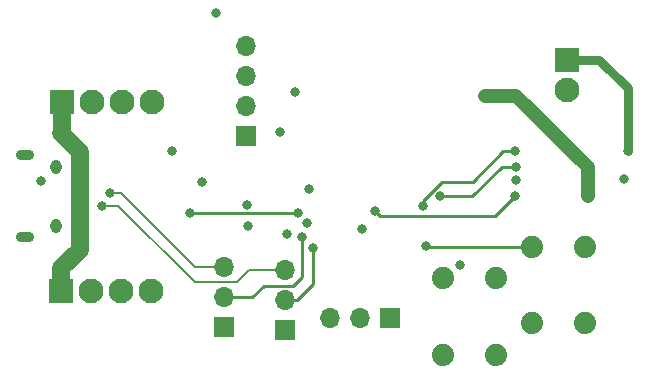
<source format=gbr>
%TF.GenerationSoftware,KiCad,Pcbnew,6.0.11-2627ca5db0~126~ubuntu22.04.1*%
%TF.CreationDate,2023-03-05T15:50:48-05:00*%
%TF.ProjectId,canbus-kline-bridge,63616e62-7573-42d6-9b6c-696e652d6272,1.0*%
%TF.SameCoordinates,Original*%
%TF.FileFunction,Copper,L2,Inr*%
%TF.FilePolarity,Positive*%
%FSLAX46Y46*%
G04 Gerber Fmt 4.6, Leading zero omitted, Abs format (unit mm)*
G04 Created by KiCad (PCBNEW 6.0.11-2627ca5db0~126~ubuntu22.04.1) date 2023-03-05 15:50:48*
%MOMM*%
%LPD*%
G01*
G04 APERTURE LIST*
%TA.AperFunction,ComponentPad*%
%ADD10R,1.700000X1.700000*%
%TD*%
%TA.AperFunction,ComponentPad*%
%ADD11O,1.700000X1.700000*%
%TD*%
%TA.AperFunction,ComponentPad*%
%ADD12R,2.100000X2.100000*%
%TD*%
%TA.AperFunction,ComponentPad*%
%ADD13C,2.100000*%
%TD*%
%TA.AperFunction,ComponentPad*%
%ADD14C,1.879600*%
%TD*%
%TA.AperFunction,ComponentPad*%
%ADD15O,0.950000X1.250000*%
%TD*%
%TA.AperFunction,ComponentPad*%
%ADD16O,1.550000X0.890000*%
%TD*%
%TA.AperFunction,ViaPad*%
%ADD17C,0.800000*%
%TD*%
%TA.AperFunction,Conductor*%
%ADD18C,0.250000*%
%TD*%
%TA.AperFunction,Conductor*%
%ADD19C,0.800000*%
%TD*%
%TA.AperFunction,Conductor*%
%ADD20C,1.200000*%
%TD*%
%TA.AperFunction,Conductor*%
%ADD21C,1.500000*%
%TD*%
%TA.AperFunction,Conductor*%
%ADD22C,0.200000*%
%TD*%
G04 APERTURE END LIST*
D10*
%TO.N,+5V*%
%TO.C,U3*%
X75247300Y-81002600D03*
D11*
%TO.N,GND*%
X75247300Y-78462600D03*
%TO.N,+12V*%
X75247300Y-75922600D03*
%TO.N,unconnected-(U3-Pad4)*%
X75247300Y-73382600D03*
%TD*%
D12*
%TO.N,ISO_K_LINE*%
%TO.C,J6*%
X102470000Y-74520000D03*
D13*
%TO.N,GND*%
X102470000Y-77060000D03*
%TD*%
D10*
%TO.N,CAN_RX*%
%TO.C,JP1*%
X73400000Y-97140000D03*
D11*
%TO.N,Net-(JP1-Pad2)*%
X73400000Y-94600000D03*
%TO.N,USB_D-*%
X73400000Y-92060000D03*
%TD*%
D12*
%TO.N,+BATT*%
%TO.C,J5*%
X59625000Y-94100000D03*
D13*
%TO.N,CANH*%
X62165000Y-94100000D03*
%TO.N,CANL*%
X64705000Y-94100000D03*
%TO.N,GND*%
X67245000Y-94100000D03*
%TD*%
D10*
%TO.N,SWDIO*%
%TO.C,J2*%
X87490000Y-96350000D03*
D11*
%TO.N,GND*%
X84950000Y-96350000D03*
%TO.N,SWDCLK*%
X82410000Y-96350000D03*
%TD*%
D14*
%TO.N,+3V3*%
%TO.C,S1*%
X96435600Y-92998800D03*
%TO.N,unconnected-(S1-Pad2)*%
X96435600Y-99501200D03*
%TO.N,Net-(R1-Pad1)*%
X91914400Y-92998800D03*
%TO.N,unconnected-(S1-Pad4)*%
X91914400Y-99501200D03*
%TD*%
D12*
%TO.N,+BATT*%
%TO.C,J4*%
X59660000Y-78075000D03*
D13*
%TO.N,CANH*%
X62200000Y-78075000D03*
%TO.N,CANL*%
X64740000Y-78075000D03*
%TO.N,GND*%
X67280000Y-78075000D03*
%TD*%
D14*
%TO.N,GND*%
%TO.C,S2*%
X103960600Y-90323800D03*
%TO.N,unconnected-(S2-Pad2)*%
X103960600Y-96826200D03*
%TO.N,~{RESET}*%
X99439400Y-90323800D03*
%TO.N,unconnected-(S2-Pad4)*%
X99439400Y-96826200D03*
%TD*%
D15*
%TO.N,GND*%
%TO.C,J1*%
X59210000Y-83550000D03*
D16*
X56510000Y-82550000D03*
X56510000Y-89550000D03*
D15*
X59210000Y-88550000D03*
%TD*%
D10*
%TO.N,CAN_TX*%
%TO.C,JP2*%
X78525000Y-97425000D03*
D11*
%TO.N,Net-(JP2-Pad2)*%
X78525000Y-94885000D03*
%TO.N,USB_D+*%
X78525000Y-92345000D03*
%TD*%
D17*
%TO.N,ISO_K_LINE*%
X107600000Y-82260000D03*
%TO.N,GND*%
X107270000Y-84610000D03*
%TO.N,/VBB*%
X95490000Y-77540000D03*
%TO.N,+3V3*%
X98100000Y-84720000D03*
%TO.N,/VBB*%
X104180000Y-86070000D03*
%TO.N,K_LINE_EN*%
X98060000Y-86010000D03*
%TO.N,K_LINE_TX*%
X98030000Y-82240000D03*
%TO.N,K_LINE_RX*%
X98100000Y-83560000D03*
%TO.N,K_LINE_EN*%
X86220000Y-87290000D03*
%TO.N,+12V*%
X79415000Y-77215000D03*
%TO.N,GND*%
X80450000Y-88350000D03*
X72725000Y-70575000D03*
X93350000Y-91850000D03*
X80600000Y-85425000D03*
X75300000Y-86775000D03*
%TO.N,+3V3*%
X78150000Y-80600000D03*
X85100000Y-88800000D03*
X78750000Y-89250000D03*
X68975000Y-82275000D03*
%TO.N,VBUS*%
X57884502Y-84775000D03*
%TO.N,USB_D-*%
X63750000Y-85825000D03*
%TO.N,USB_D+*%
X63050000Y-86875000D03*
%TO.N,CAN_RX*%
X71525000Y-84850000D03*
%TO.N,Net-(JP1-Pad2)*%
X80025000Y-89475000D03*
%TO.N,CAN_TX*%
X75400000Y-88550000D03*
%TO.N,Net-(JP2-Pad2)*%
X80950000Y-90450000D03*
%TO.N,CAN_STBY*%
X70550000Y-87450000D03*
X79650000Y-87500000D03*
%TO.N,K_LINE_TX*%
X90200000Y-86924500D03*
%TO.N,K_LINE_RX*%
X91640000Y-86080000D03*
%TO.N,~{RESET}*%
X90475000Y-90300000D03*
%TD*%
D18*
%TO.N,K_LINE_TX*%
X90200000Y-86924500D02*
X90200000Y-86494695D01*
X91864695Y-84830000D02*
X94450000Y-84830000D01*
X90200000Y-86494695D02*
X91864695Y-84830000D01*
X97040000Y-82240000D02*
X98030000Y-82240000D01*
X94450000Y-84830000D02*
X97040000Y-82240000D01*
%TO.N,K_LINE_RX*%
X91640000Y-86080000D02*
X94370000Y-86080000D01*
X94370000Y-86080000D02*
X96890000Y-83560000D01*
X96890000Y-83560000D02*
X98100000Y-83560000D01*
%TO.N,K_LINE_EN*%
X86220000Y-87290000D02*
X86635000Y-87705000D01*
X86635000Y-87705000D02*
X96365000Y-87705000D01*
X96365000Y-87705000D02*
X98060000Y-86010000D01*
D19*
%TO.N,ISO_K_LINE*%
X102470000Y-74520000D02*
X105180000Y-74520000D01*
X105180000Y-74520000D02*
X107600000Y-76940000D01*
X107600000Y-76940000D02*
X107600000Y-82260000D01*
D20*
%TO.N,/VBB*%
X98100000Y-77540000D02*
X104180000Y-83620000D01*
X95490000Y-77540000D02*
X98100000Y-77540000D01*
X104180000Y-83620000D02*
X104180000Y-86070000D01*
D18*
%TO.N,K_LINE_EN*%
X86220000Y-87290000D02*
X86220000Y-87180000D01*
D21*
%TO.N,+BATT*%
X59660000Y-80615000D02*
X59660000Y-78075000D01*
X61175000Y-90600000D02*
X61175000Y-82300000D01*
X61175000Y-82300000D02*
X59575000Y-80700000D01*
X59625000Y-92150000D02*
X61175000Y-90600000D01*
X59625000Y-94100000D02*
X59625000Y-92150000D01*
D18*
X59575000Y-80700000D02*
X59660000Y-80615000D01*
D22*
%TO.N,USB_D-*%
X63750000Y-85825000D02*
X64675000Y-85825000D01*
X70925000Y-92075000D02*
X70940000Y-92060000D01*
X64675000Y-85825000D02*
X70925000Y-92075000D01*
X70940000Y-92060000D02*
X73400000Y-92060000D01*
%TO.N,USB_D+*%
X75505000Y-92345000D02*
X78525000Y-92345000D01*
X63050000Y-86875000D02*
X64450000Y-86875000D01*
X64450000Y-86875000D02*
X70925000Y-93350000D01*
X70925000Y-93350000D02*
X74500000Y-93350000D01*
X74500000Y-93350000D02*
X75505000Y-92345000D01*
D18*
%TO.N,Net-(JP1-Pad2)*%
X80025000Y-89475000D02*
X80025000Y-92875000D01*
X79275000Y-93625000D02*
X76750000Y-93625000D01*
X80025000Y-92875000D02*
X79275000Y-93625000D01*
X75775000Y-94600000D02*
X73400000Y-94600000D01*
X76750000Y-93625000D02*
X75775000Y-94600000D01*
%TO.N,Net-(JP2-Pad2)*%
X79540000Y-94885000D02*
X80950000Y-93475000D01*
X80950000Y-93475000D02*
X80950000Y-90450000D01*
X78525000Y-94885000D02*
X79540000Y-94885000D01*
%TO.N,CAN_STBY*%
X70600000Y-87500000D02*
X70550000Y-87450000D01*
X79650000Y-87500000D02*
X70600000Y-87500000D01*
%TO.N,~{RESET}*%
X90498800Y-90323800D02*
X99439400Y-90323800D01*
X90475000Y-90300000D02*
X90498800Y-90323800D01*
%TD*%
M02*

</source>
